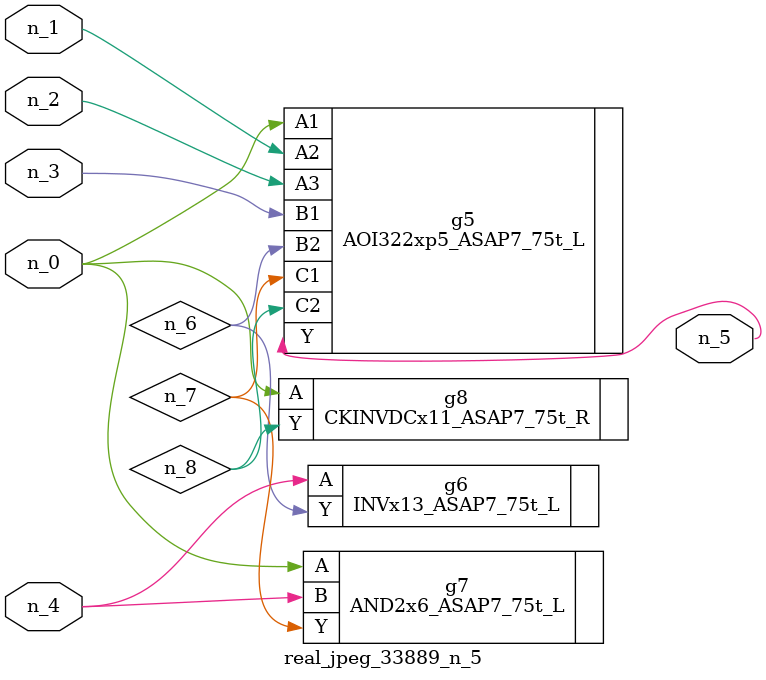
<source format=v>
module real_jpeg_33889_n_5 (n_4, n_0, n_1, n_2, n_3, n_5);

input n_4;
input n_0;
input n_1;
input n_2;
input n_3;

output n_5;

wire n_8;
wire n_6;
wire n_7;

AOI322xp5_ASAP7_75t_L g5 ( 
.A1(n_0),
.A2(n_1),
.A3(n_2),
.B1(n_3),
.B2(n_6),
.C1(n_7),
.C2(n_8),
.Y(n_5)
);

AND2x6_ASAP7_75t_L g7 ( 
.A(n_0),
.B(n_4),
.Y(n_7)
);

CKINVDCx11_ASAP7_75t_R g8 ( 
.A(n_0),
.Y(n_8)
);

INVx13_ASAP7_75t_L g6 ( 
.A(n_4),
.Y(n_6)
);


endmodule
</source>
